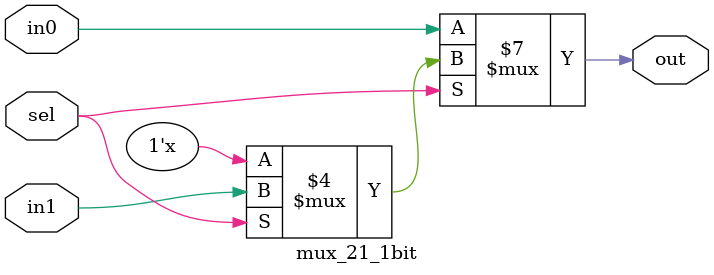
<source format=v>



module mux_21_1bit(
	input wire in0,
	input wire in1,
	input wire sel,
	output reg out);
	
always @* begin
	if (sel == 0) begin
		out <= in0;
	end else if (sel == 1) begin
		out <= in1;
	end
end

endmodule

</source>
